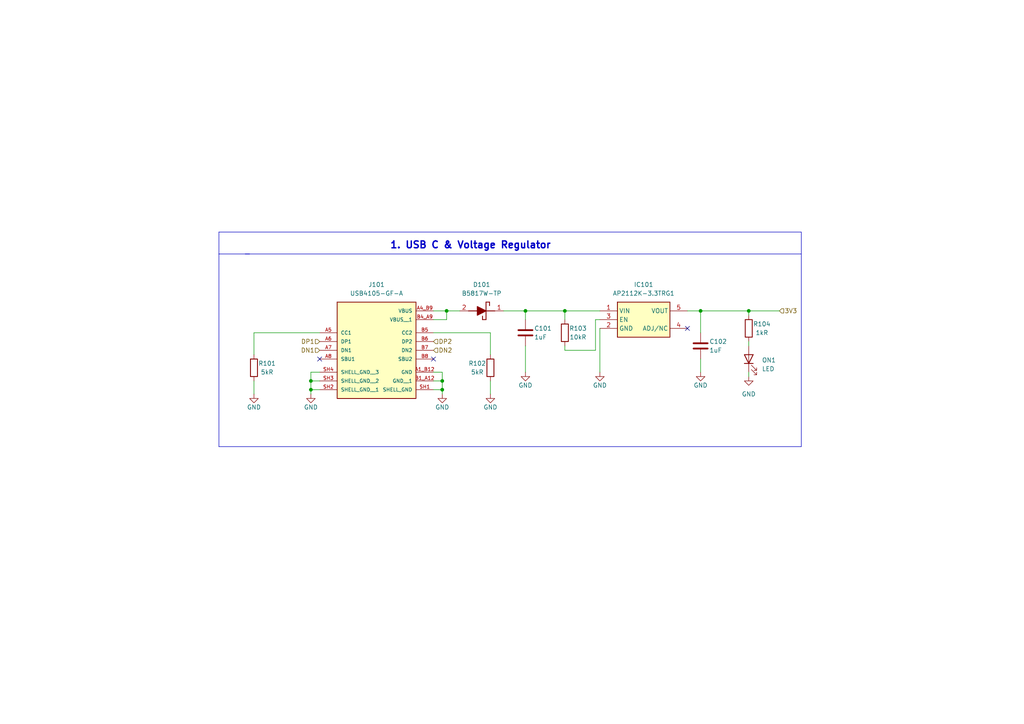
<source format=kicad_sch>
(kicad_sch (version 20230121) (generator eeschema)

  (uuid 8e8d7bb3-6808-4f31-899e-b55e13fa6500)

  (paper "A4")

  (title_block
    (title "Solar Curve Tracer")
    (rev "v1.1")
    (company "Thesis")
    (comment 1 "Author: Jason F J")
    (comment 2 "Matrk No: 3100513")
  )

  (lib_symbols
    (symbol "AP2112K-3_3TRG1:AP2112K-3.3TRG1" (in_bom yes) (on_board yes)
      (property "Reference" "IC2" (at 12.7 6.35 0)
        (effects (font (size 1.27 1.27)))
      )
      (property "Value" "AP2112K-3.3TRG1" (at 12.7 3.81 0)
        (effects (font (size 1.27 1.27)))
      )
      (property "Footprint" "AP2112K-3.3TRG1:SOT95P282X130-5N" (at 26.67 -94.92 0)
        (effects (font (size 1.27 1.27)) (justify left top) hide)
      )
      (property "Datasheet" "" (at 26.67 -194.92 0)
        (effects (font (size 1.27 1.27)) (justify left top) hide)
      )
      (property "Height" "1.3" (at 26.67 -394.92 0)
        (effects (font (size 1.27 1.27)) (justify left top) hide)
      )
      (property "Mouser Part Number" "621-AP2112K-3.3TRG1" (at 26.67 -494.92 0)
        (effects (font (size 1.27 1.27)) (justify left top) hide)
      )
      (property "Mouser Price/Stock" "https://www.mouser.co.uk/ProductDetail/Diodes-Incorporated/AP2112K-3.3TRG1?qs=x6A8l6qLYDDPYHosCdzh%2FA%3D%3D" (at 26.67 -594.92 0)
        (effects (font (size 1.27 1.27)) (justify left top) hide)
      )
      (property "Manufacturer_Name" "Diodes Incorporated" (at 26.67 -694.92 0)
        (effects (font (size 1.27 1.27)) (justify left top) hide)
      )
      (property "Manufacturer_Part_Number" "AP2112K-3.3TRG1" (at 26.67 -794.92 0)
        (effects (font (size 1.27 1.27)) (justify left top) hide)
      )
      (property "ki_description" "600mA 3.3V LDO Regulator Enable SOT23-5 DiodesZetex AP2112K-3.3TRG1, LDO Voltage Regulator, 3.3 V +/-1.5%, 2.5  6 Vin, 5-Pin SOT-23" (at 0 0 0)
        (effects (font (size 1.27 1.27)) hide)
      )
      (symbol "AP2112K-3.3TRG1_1_1"
        (rectangle (start 5.08 2.54) (end 20.32 -7.62)
          (stroke (width 0.254) (type default))
          (fill (type background))
        )
        (pin passive line (at 0 0 0) (length 5.08)
          (name "VIN" (effects (font (size 1.27 1.27))))
          (number "1" (effects (font (size 1.27 1.27))))
        )
        (pin passive line (at 0 -5.08 0) (length 5.08)
          (name "GND" (effects (font (size 1.27 1.27))))
          (number "2" (effects (font (size 1.27 1.27))))
        )
        (pin passive line (at 0 -2.54 0) (length 5.08)
          (name "EN" (effects (font (size 1.27 1.27))))
          (number "3" (effects (font (size 1.27 1.27))))
        )
        (pin passive line (at 25.4 -5.08 180) (length 5.08)
          (name "ADJ/NC" (effects (font (size 1.27 1.27))))
          (number "4" (effects (font (size 1.27 1.27))))
        )
        (pin passive line (at 25.4 0 180) (length 5.08)
          (name "VOUT" (effects (font (size 1.27 1.27))))
          (number "5" (effects (font (size 1.27 1.27))))
        )
      )
    )
    (symbol "B5817W-TP:B5817W-TP" (pin_names hide) (in_bom yes) (on_board yes)
      (property "Reference" "D1" (at 8.89 6.35 0)
        (effects (font (size 1.27 1.27)))
      )
      (property "Value" "B5817W-TP" (at 8.89 3.81 0)
        (effects (font (size 1.27 1.27)))
      )
      (property "Footprint" "SOD3716X135N" (at 12.7 -93.65 0)
        (effects (font (size 1.27 1.27)) (justify left top) hide)
      )
      (property "Datasheet" "https://www.mccsemi.com/pdf/Products/B5817W-B5819W(SOD-123).pdf" (at 12.7 -193.65 0)
        (effects (font (size 1.27 1.27)) (justify left top) hide)
      )
      (property "Height" "1.35" (at 12.7 -393.65 0)
        (effects (font (size 1.27 1.27)) (justify left top) hide)
      )
      (property "Mouser Part Number" "833-B5817W-TP" (at 12.7 -493.65 0)
        (effects (font (size 1.27 1.27)) (justify left top) hide)
      )
      (property "Mouser Price/Stock" "https://www.mouser.co.uk/ProductDetail/Micro-Commercial-Components-MCC/B5817W-TP?qs=6viq6gG%252BWEv8BqnTXWtCWg%3D%3D" (at 12.7 -593.65 0)
        (effects (font (size 1.27 1.27)) (justify left top) hide)
      )
      (property "Manufacturer_Name" "MCC" (at 12.7 -693.65 0)
        (effects (font (size 1.27 1.27)) (justify left top) hide)
      )
      (property "Manufacturer_Part_Number" "B5817W-TP" (at 12.7 -793.65 0)
        (effects (font (size 1.27 1.27)) (justify left top) hide)
      )
      (property "ki_description" "Diode 20 V 1A Surface Mount SOD-123" (at 0 0 0)
        (effects (font (size 1.27 1.27)) hide)
      )
      (symbol "B5817W-TP_1_1"
        (polyline
          (pts
            (xy 5.08 0)
            (xy 7.62 0)
          )
          (stroke (width 0.254) (type default))
          (fill (type none))
        )
        (polyline
          (pts
            (xy 6.604 -1.524)
            (xy 6.604 -2.54)
          )
          (stroke (width 0.254) (type default))
          (fill (type none))
        )
        (polyline
          (pts
            (xy 7.62 -2.54)
            (xy 6.604 -2.54)
          )
          (stroke (width 0.254) (type default))
          (fill (type none))
        )
        (polyline
          (pts
            (xy 7.62 2.54)
            (xy 7.62 -2.54)
          )
          (stroke (width 0.254) (type default))
          (fill (type none))
        )
        (polyline
          (pts
            (xy 7.62 2.54)
            (xy 8.636 2.54)
          )
          (stroke (width 0.254) (type default))
          (fill (type none))
        )
        (polyline
          (pts
            (xy 8.636 1.524)
            (xy 8.636 2.54)
          )
          (stroke (width 0.254) (type default))
          (fill (type none))
        )
        (polyline
          (pts
            (xy 10.16 0)
            (xy 12.7 0)
          )
          (stroke (width 0.254) (type default))
          (fill (type none))
        )
        (polyline
          (pts
            (xy 7.62 0)
            (xy 10.16 1.27)
            (xy 10.16 -1.27)
            (xy 7.62 0)
          )
          (stroke (width 0.254) (type default))
          (fill (type outline))
        )
        (pin passive line (at 2.54 0 0) (length 2.54)
          (name "K" (effects (font (size 1.27 1.27))))
          (number "1" (effects (font (size 1.27 1.27))))
        )
        (pin passive line (at 15.24 0 180) (length 2.54)
          (name "A" (effects (font (size 1.27 1.27))))
          (number "2" (effects (font (size 1.27 1.27))))
        )
      )
    )
    (symbol "Device:C" (pin_numbers hide) (pin_names (offset 0.254)) (in_bom yes) (on_board yes)
      (property "Reference" "C" (at 0.635 2.54 0)
        (effects (font (size 1.27 1.27)) (justify left))
      )
      (property "Value" "C" (at 0.635 -2.54 0)
        (effects (font (size 1.27 1.27)) (justify left))
      )
      (property "Footprint" "" (at 0.9652 -3.81 0)
        (effects (font (size 1.27 1.27)) hide)
      )
      (property "Datasheet" "~" (at 0 0 0)
        (effects (font (size 1.27 1.27)) hide)
      )
      (property "ki_keywords" "cap capacitor" (at 0 0 0)
        (effects (font (size 1.27 1.27)) hide)
      )
      (property "ki_description" "Unpolarized capacitor" (at 0 0 0)
        (effects (font (size 1.27 1.27)) hide)
      )
      (property "ki_fp_filters" "C_*" (at 0 0 0)
        (effects (font (size 1.27 1.27)) hide)
      )
      (symbol "C_0_1"
        (polyline
          (pts
            (xy -2.032 -0.762)
            (xy 2.032 -0.762)
          )
          (stroke (width 0.508) (type default))
          (fill (type none))
        )
        (polyline
          (pts
            (xy -2.032 0.762)
            (xy 2.032 0.762)
          )
          (stroke (width 0.508) (type default))
          (fill (type none))
        )
      )
      (symbol "C_1_1"
        (pin passive line (at 0 3.81 270) (length 2.794)
          (name "~" (effects (font (size 1.27 1.27))))
          (number "1" (effects (font (size 1.27 1.27))))
        )
        (pin passive line (at 0 -3.81 90) (length 2.794)
          (name "~" (effects (font (size 1.27 1.27))))
          (number "2" (effects (font (size 1.27 1.27))))
        )
      )
    )
    (symbol "Device:LED" (pin_numbers hide) (pin_names (offset 1.016) hide) (in_bom yes) (on_board yes)
      (property "Reference" "D" (at 0 2.54 0)
        (effects (font (size 1.27 1.27)))
      )
      (property "Value" "LED" (at 0 -2.54 0)
        (effects (font (size 1.27 1.27)))
      )
      (property "Footprint" "" (at 0 0 0)
        (effects (font (size 1.27 1.27)) hide)
      )
      (property "Datasheet" "~" (at 0 0 0)
        (effects (font (size 1.27 1.27)) hide)
      )
      (property "ki_keywords" "LED diode" (at 0 0 0)
        (effects (font (size 1.27 1.27)) hide)
      )
      (property "ki_description" "Light emitting diode" (at 0 0 0)
        (effects (font (size 1.27 1.27)) hide)
      )
      (property "ki_fp_filters" "LED* LED_SMD:* LED_THT:*" (at 0 0 0)
        (effects (font (size 1.27 1.27)) hide)
      )
      (symbol "LED_0_1"
        (polyline
          (pts
            (xy -1.27 -1.27)
            (xy -1.27 1.27)
          )
          (stroke (width 0.254) (type default))
          (fill (type none))
        )
        (polyline
          (pts
            (xy -1.27 0)
            (xy 1.27 0)
          )
          (stroke (width 0) (type default))
          (fill (type none))
        )
        (polyline
          (pts
            (xy 1.27 -1.27)
            (xy 1.27 1.27)
            (xy -1.27 0)
            (xy 1.27 -1.27)
          )
          (stroke (width 0.254) (type default))
          (fill (type none))
        )
        (polyline
          (pts
            (xy -3.048 -0.762)
            (xy -4.572 -2.286)
            (xy -3.81 -2.286)
            (xy -4.572 -2.286)
            (xy -4.572 -1.524)
          )
          (stroke (width 0) (type default))
          (fill (type none))
        )
        (polyline
          (pts
            (xy -1.778 -0.762)
            (xy -3.302 -2.286)
            (xy -2.54 -2.286)
            (xy -3.302 -2.286)
            (xy -3.302 -1.524)
          )
          (stroke (width 0) (type default))
          (fill (type none))
        )
      )
      (symbol "LED_1_1"
        (pin passive line (at -3.81 0 0) (length 2.54)
          (name "K" (effects (font (size 1.27 1.27))))
          (number "1" (effects (font (size 1.27 1.27))))
        )
        (pin passive line (at 3.81 0 180) (length 2.54)
          (name "A" (effects (font (size 1.27 1.27))))
          (number "2" (effects (font (size 1.27 1.27))))
        )
      )
    )
    (symbol "Device:R" (pin_numbers hide) (pin_names (offset 0)) (in_bom yes) (on_board yes)
      (property "Reference" "R" (at 2.032 0 90)
        (effects (font (size 1.27 1.27)))
      )
      (property "Value" "R" (at 0 0 90)
        (effects (font (size 1.27 1.27)))
      )
      (property "Footprint" "" (at -1.778 0 90)
        (effects (font (size 1.27 1.27)) hide)
      )
      (property "Datasheet" "~" (at 0 0 0)
        (effects (font (size 1.27 1.27)) hide)
      )
      (property "ki_keywords" "R res resistor" (at 0 0 0)
        (effects (font (size 1.27 1.27)) hide)
      )
      (property "ki_description" "Resistor" (at 0 0 0)
        (effects (font (size 1.27 1.27)) hide)
      )
      (property "ki_fp_filters" "R_*" (at 0 0 0)
        (effects (font (size 1.27 1.27)) hide)
      )
      (symbol "R_0_1"
        (rectangle (start -1.016 -2.54) (end 1.016 2.54)
          (stroke (width 0.254) (type default))
          (fill (type none))
        )
      )
      (symbol "R_1_1"
        (pin passive line (at 0 3.81 270) (length 1.27)
          (name "~" (effects (font (size 1.27 1.27))))
          (number "1" (effects (font (size 1.27 1.27))))
        )
        (pin passive line (at 0 -3.81 90) (length 1.27)
          (name "~" (effects (font (size 1.27 1.27))))
          (number "2" (effects (font (size 1.27 1.27))))
        )
      )
    )
    (symbol "USB4105-GF-A:USB4105-GF-A" (pin_names (offset 1.016)) (in_bom yes) (on_board yes)
      (property "Reference" "J2" (at 0 17.78 0)
        (effects (font (size 1.27 1.27)))
      )
      (property "Value" "USB4105-GF-A" (at 0 15.24 0)
        (effects (font (size 1.27 1.27)))
      )
      (property "Footprint" "USB4105_GF_A:GCT_USB4105-GF-A" (at 0 0 0)
        (effects (font (size 1.27 1.27)) (justify bottom) hide)
      )
      (property "Datasheet" "" (at 0 0 0)
        (effects (font (size 1.27 1.27)) hide)
      )
      (property "PARTREV" "B3" (at 0 0 0)
        (effects (font (size 1.27 1.27)) (justify bottom) hide)
      )
      (property "MANUFACTURER" "Global Connector Technology" (at 0 0 0)
        (effects (font (size 1.27 1.27)) (justify bottom) hide)
      )
      (property "MAXIMUM_PACKAGE_HEIGHT" "3.31mm" (at 0 0 0)
        (effects (font (size 1.27 1.27)) (justify bottom) hide)
      )
      (property "STANDARD" "Manufacturer Recommendations" (at 0 0 0)
        (effects (font (size 1.27 1.27)) (justify bottom) hide)
      )
      (symbol "USB4105-GF-A_0_0"
        (rectangle (start -7.62 12.7) (end 15.24 -15.24)
          (stroke (width 0.254) (type default))
          (fill (type background))
        )
        (pin power_in line (at 20.32 -7.62 180) (length 5.08)
          (name "GND" (effects (font (size 1.016 1.016))))
          (number "A1_B12" (effects (font (size 1.016 1.016))))
        )
        (pin power_in line (at 20.32 10.16 180) (length 5.08)
          (name "VBUS" (effects (font (size 1.016 1.016))))
          (number "A4_B9" (effects (font (size 1.016 1.016))))
        )
        (pin bidirectional line (at -12.7 3.81 0) (length 5.08)
          (name "CC1" (effects (font (size 1.016 1.016))))
          (number "A5" (effects (font (size 1.016 1.016))))
        )
        (pin bidirectional line (at -12.7 1.27 0) (length 5.08)
          (name "DP1" (effects (font (size 1.016 1.016))))
          (number "A6" (effects (font (size 1.016 1.016))))
        )
        (pin bidirectional line (at -12.7 -1.27 0) (length 5.08)
          (name "DN1" (effects (font (size 1.016 1.016))))
          (number "A7" (effects (font (size 1.016 1.016))))
        )
        (pin bidirectional line (at -12.7 -3.81 0) (length 5.08)
          (name "SBU1" (effects (font (size 1.016 1.016))))
          (number "A8" (effects (font (size 1.016 1.016))))
        )
        (pin power_in line (at 20.32 -10.16 180) (length 5.08)
          (name "GND__1" (effects (font (size 1.016 1.016))))
          (number "B1_A12" (effects (font (size 1.016 1.016))))
        )
        (pin power_in line (at 20.32 7.62 180) (length 5.08)
          (name "VBUS__1" (effects (font (size 1.016 1.016))))
          (number "B4_A9" (effects (font (size 1.016 1.016))))
        )
        (pin bidirectional line (at 20.32 3.81 180) (length 5.08)
          (name "CC2" (effects (font (size 1.016 1.016))))
          (number "B5" (effects (font (size 1.016 1.016))))
        )
        (pin bidirectional line (at 20.32 1.27 180) (length 5.08)
          (name "DP2" (effects (font (size 1.016 1.016))))
          (number "B6" (effects (font (size 1.016 1.016))))
        )
        (pin bidirectional line (at 20.32 -1.27 180) (length 5.08)
          (name "DN2" (effects (font (size 1.016 1.016))))
          (number "B7" (effects (font (size 1.016 1.016))))
        )
        (pin bidirectional line (at 20.32 -3.81 180) (length 5.08)
          (name "SBU2" (effects (font (size 1.016 1.016))))
          (number "B8" (effects (font (size 1.016 1.016))))
        )
        (pin power_in line (at 20.32 -12.7 180) (length 5.08)
          (name "SHELL_GND" (effects (font (size 1.016 1.016))))
          (number "SH1" (effects (font (size 1.016 1.016))))
        )
        (pin power_in line (at -12.7 -12.7 0) (length 5.08)
          (name "SHELL_GND__1" (effects (font (size 1.016 1.016))))
          (number "SH2" (effects (font (size 1.016 1.016))))
        )
        (pin power_in line (at -12.7 -10.16 0) (length 5.08)
          (name "SHELL_GND__2" (effects (font (size 1.016 1.016))))
          (number "SH3" (effects (font (size 1.016 1.016))))
        )
        (pin power_in line (at -12.7 -7.62 0) (length 5.08)
          (name "SHELL_GND__3" (effects (font (size 1.016 1.016))))
          (number "SH4" (effects (font (size 1.016 1.016))))
        )
      )
    )
    (symbol "power:GND" (power) (pin_names (offset 0)) (in_bom yes) (on_board yes)
      (property "Reference" "#PWR" (at 0 -6.35 0)
        (effects (font (size 1.27 1.27)) hide)
      )
      (property "Value" "GND" (at 0 -3.81 0)
        (effects (font (size 1.27 1.27)))
      )
      (property "Footprint" "" (at 0 0 0)
        (effects (font (size 1.27 1.27)) hide)
      )
      (property "Datasheet" "" (at 0 0 0)
        (effects (font (size 1.27 1.27)) hide)
      )
      (property "ki_keywords" "global power" (at 0 0 0)
        (effects (font (size 1.27 1.27)) hide)
      )
      (property "ki_description" "Power symbol creates a global label with name \"GND\" , ground" (at 0 0 0)
        (effects (font (size 1.27 1.27)) hide)
      )
      (symbol "GND_0_1"
        (polyline
          (pts
            (xy 0 0)
            (xy 0 -1.27)
            (xy 1.27 -1.27)
            (xy 0 -2.54)
            (xy -1.27 -1.27)
            (xy 0 -1.27)
          )
          (stroke (width 0) (type default))
          (fill (type none))
        )
      )
      (symbol "GND_1_1"
        (pin power_in line (at 0 0 270) (length 0) hide
          (name "GND" (effects (font (size 1.27 1.27))))
          (number "1" (effects (font (size 1.27 1.27))))
        )
      )
    )
  )

  (junction (at 129.54 90.17) (diameter 0) (color 0 0 0 0)
    (uuid 0cf39863-e524-441d-83ee-01ba431ba801)
  )
  (junction (at 128.27 110.49) (diameter 0) (color 0 0 0 0)
    (uuid 0dcab67d-2db9-4c77-b1d1-52ad1006d56e)
  )
  (junction (at 217.17 90.17) (diameter 0) (color 0 0 0 0)
    (uuid 1f3aa154-e8a6-411a-aec0-77c1d26f030c)
  )
  (junction (at 163.83 90.17) (diameter 0) (color 0 0 0 0)
    (uuid 80e9bf87-418d-481a-a02f-393c1054e42c)
  )
  (junction (at 128.27 113.03) (diameter 0) (color 0 0 0 0)
    (uuid 94e2609d-ad34-406a-8005-add7d42eca9c)
  )
  (junction (at 90.17 113.03) (diameter 0) (color 0 0 0 0)
    (uuid 9ac90f3d-fd21-4dd1-838a-7d2768ffa136)
  )
  (junction (at 203.2 90.17) (diameter 0) (color 0 0 0 0)
    (uuid cb9aa0b2-ce4d-4dbc-86d6-272ed851fa59)
  )
  (junction (at 152.4 90.17) (diameter 0) (color 0 0 0 0)
    (uuid ed6d1d00-e0ec-4465-9182-352f8aeabca3)
  )
  (junction (at 90.17 110.49) (diameter 0) (color 0 0 0 0)
    (uuid ff4df424-8b0a-4588-ab8c-d15862d75bf6)
  )

  (no_connect (at 199.39 95.25) (uuid 60500c9d-7b3a-44e8-8bf5-c3eb6c23e396))
  (no_connect (at 125.73 104.14) (uuid bb6c9bae-d2c4-4123-b56e-88a2fca6f527))
  (no_connect (at 92.71 104.14) (uuid e771fdbd-00a1-412c-ba03-cdcfdac74276))

  (wire (pts (xy 152.4 90.17) (xy 163.83 90.17))
    (stroke (width 0) (type default))
    (uuid 03908037-c5dc-4773-aa9e-1f3fb91c4562)
  )
  (polyline (pts (xy 63.5 73.66) (xy 63.5 129.54))
    (stroke (width 0) (type default))
    (uuid 04aabd5c-90d9-4138-ade2-150a5721bc8f)
  )
  (polyline (pts (xy 63.5 73.66) (xy 72.39 73.66))
    (stroke (width 0) (type default))
    (uuid 0600201a-ae5a-486d-88de-52d125197ac7)
  )

  (wire (pts (xy 163.83 100.33) (xy 163.83 101.6))
    (stroke (width 0) (type default))
    (uuid 11bddcf7-7a78-4d36-8267-32eaa0cdcdf9)
  )
  (wire (pts (xy 203.2 90.17) (xy 203.2 96.52))
    (stroke (width 0) (type default))
    (uuid 14519ce7-6851-4414-90a1-72064a808ea5)
  )
  (wire (pts (xy 172.72 101.6) (xy 163.83 101.6))
    (stroke (width 0) (type default))
    (uuid 1806bce4-6bd6-45d3-b0e8-a6a86711f2d7)
  )
  (wire (pts (xy 217.17 91.44) (xy 217.17 90.17))
    (stroke (width 0) (type default))
    (uuid 19137141-584c-4720-912b-2cc44136d4bd)
  )
  (wire (pts (xy 203.2 90.17) (xy 217.17 90.17))
    (stroke (width 0) (type default))
    (uuid 1956c20c-7cf8-4f2d-9574-e6a09271de2f)
  )
  (wire (pts (xy 163.83 92.71) (xy 163.83 90.17))
    (stroke (width 0) (type default))
    (uuid 2164cdd8-841d-48bf-baf0-6bd2d28d1daa)
  )
  (wire (pts (xy 128.27 113.03) (xy 128.27 114.3))
    (stroke (width 0) (type default))
    (uuid 2819ef0c-bc96-4397-9489-254abcb188c0)
  )
  (wire (pts (xy 129.54 92.71) (xy 129.54 90.17))
    (stroke (width 0) (type default))
    (uuid 2eb96f24-7c60-4ff2-b0e7-5ad0484ba3d7)
  )
  (wire (pts (xy 217.17 90.17) (xy 226.06 90.17))
    (stroke (width 0) (type default))
    (uuid 32bc37ad-e6fb-437d-a1df-a85b72ed9d84)
  )
  (wire (pts (xy 125.73 107.95) (xy 128.27 107.95))
    (stroke (width 0) (type default))
    (uuid 38e94fee-d56a-4394-a62b-4de8368566cc)
  )
  (wire (pts (xy 172.72 92.71) (xy 172.72 101.6))
    (stroke (width 0) (type default))
    (uuid 3da51d3d-a691-4bfd-a613-598b240b7645)
  )
  (wire (pts (xy 128.27 110.49) (xy 128.27 113.03))
    (stroke (width 0) (type default))
    (uuid 43730bb0-3649-4e17-b056-131d8dba0142)
  )
  (wire (pts (xy 173.99 92.71) (xy 172.72 92.71))
    (stroke (width 0) (type default))
    (uuid 4f7fbf4f-854f-4832-923d-fb67fc383b2a)
  )
  (polyline (pts (xy 63.5 129.54) (xy 232.41 129.54))
    (stroke (width 0) (type default))
    (uuid 5cc862e2-d8bc-4d1e-bfee-6595f238e740)
  )

  (wire (pts (xy 125.73 113.03) (xy 128.27 113.03))
    (stroke (width 0) (type default))
    (uuid 604ab549-bdb2-469e-aeac-e5f744255cb9)
  )
  (wire (pts (xy 203.2 104.14) (xy 203.2 107.95))
    (stroke (width 0) (type default))
    (uuid 721bcc03-0397-43a8-a9ae-f412dc256f28)
  )
  (wire (pts (xy 128.27 107.95) (xy 128.27 110.49))
    (stroke (width 0) (type default))
    (uuid 78b99c81-2cf0-4a1b-8d5a-44044f86dbdd)
  )
  (wire (pts (xy 173.99 95.25) (xy 173.99 107.95))
    (stroke (width 0) (type default))
    (uuid 7954d897-349b-4b13-b245-7b65bb2c35b9)
  )
  (wire (pts (xy 73.66 96.52) (xy 73.66 102.87))
    (stroke (width 0) (type default))
    (uuid 7b3864b4-fff9-4eeb-8866-d0fe21be34f6)
  )
  (wire (pts (xy 125.73 110.49) (xy 128.27 110.49))
    (stroke (width 0) (type default))
    (uuid 7d55b8a6-9781-4083-8749-18274b176745)
  )
  (wire (pts (xy 146.05 90.17) (xy 152.4 90.17))
    (stroke (width 0) (type default))
    (uuid 7deb2d88-9f90-4c79-b398-718661c78479)
  )
  (wire (pts (xy 217.17 99.06) (xy 217.17 100.33))
    (stroke (width 0) (type default))
    (uuid 7ec26a81-a9ae-475a-b87a-660b7e3a8083)
  )
  (wire (pts (xy 73.66 110.49) (xy 73.66 114.3))
    (stroke (width 0) (type default))
    (uuid 80167a53-ad9f-4786-9e49-bffc721da8ba)
  )
  (wire (pts (xy 142.24 96.52) (xy 142.24 102.87))
    (stroke (width 0) (type default))
    (uuid 86db8d68-09b5-4db2-a61c-27618166f45b)
  )
  (wire (pts (xy 90.17 113.03) (xy 92.71 113.03))
    (stroke (width 0) (type default))
    (uuid 8a65dc20-9519-4e37-8aa8-4285984c3aca)
  )
  (polyline (pts (xy 71.12 73.66) (xy 232.41 73.66))
    (stroke (width 0) (type default))
    (uuid 8d135b9f-c270-42af-bf56-d973866c8712)
  )
  (polyline (pts (xy 232.41 73.66) (xy 232.41 67.31))
    (stroke (width 0) (type default))
    (uuid 918c875e-f5bc-440e-9490-a90c2f04f12e)
  )

  (wire (pts (xy 90.17 107.95) (xy 90.17 110.49))
    (stroke (width 0) (type default))
    (uuid 930c9c3b-b7da-488a-b2b7-ae4ea496066e)
  )
  (wire (pts (xy 73.66 96.52) (xy 92.71 96.52))
    (stroke (width 0) (type default))
    (uuid 9ef7f9d8-9b9b-4412-b4b2-edd9c059a19c)
  )
  (wire (pts (xy 90.17 107.95) (xy 92.71 107.95))
    (stroke (width 0) (type default))
    (uuid ac4626e5-8862-47e7-b9a7-e76578c4939d)
  )
  (wire (pts (xy 217.17 107.95) (xy 217.17 109.22))
    (stroke (width 0) (type default))
    (uuid b55e3bfd-40c2-4d0d-ad97-6d6411772464)
  )
  (polyline (pts (xy 232.41 129.54) (xy 232.41 73.66))
    (stroke (width 0) (type default))
    (uuid bf8fe338-3a08-48d8-8deb-886e9c55e742)
  )

  (wire (pts (xy 125.73 96.52) (xy 142.24 96.52))
    (stroke (width 0) (type default))
    (uuid bfd98d90-8119-4d68-a7bd-c4dc1c9455e2)
  )
  (polyline (pts (xy 63.5 67.31) (xy 63.5 73.66))
    (stroke (width 0) (type default))
    (uuid c2914fe3-4894-44b3-8678-ee7f833c4b83)
  )

  (wire (pts (xy 129.54 90.17) (xy 133.35 90.17))
    (stroke (width 0) (type default))
    (uuid c493d33d-23e9-4a14-b229-24a06aada5b1)
  )
  (wire (pts (xy 90.17 113.03) (xy 90.17 114.3))
    (stroke (width 0) (type default))
    (uuid c86a8e4e-bd9b-4a05-89b1-f1acc54ac5de)
  )
  (wire (pts (xy 152.4 90.17) (xy 152.4 92.71))
    (stroke (width 0) (type default))
    (uuid d0856593-ef59-4b0b-893f-74722700e20f)
  )
  (wire (pts (xy 90.17 110.49) (xy 90.17 113.03))
    (stroke (width 0) (type default))
    (uuid d0c38575-5a6c-4f6a-adb5-004a295fd566)
  )
  (wire (pts (xy 142.24 110.49) (xy 142.24 114.3))
    (stroke (width 0) (type default))
    (uuid d1f3a1c7-951a-4daa-89cf-fd88e0cb4641)
  )
  (polyline (pts (xy 232.41 67.31) (xy 63.5 67.31))
    (stroke (width 0) (type default))
    (uuid d7e6e3a4-e1d0-4469-99bc-aac4e45df7a4)
  )

  (wire (pts (xy 152.4 100.33) (xy 152.4 107.95))
    (stroke (width 0) (type default))
    (uuid d8783bc7-c981-42bc-acd6-abdbf9e40ea7)
  )
  (wire (pts (xy 199.39 90.17) (xy 203.2 90.17))
    (stroke (width 0) (type default))
    (uuid e11e6bf0-40bd-4307-b526-c2d56a45c858)
  )
  (wire (pts (xy 163.83 90.17) (xy 173.99 90.17))
    (stroke (width 0) (type default))
    (uuid e33ba7ac-c7f8-4375-b901-04818963c188)
  )
  (wire (pts (xy 90.17 110.49) (xy 92.71 110.49))
    (stroke (width 0) (type default))
    (uuid f3fffc99-2d48-4a76-b313-36b12c7a611b)
  )
  (wire (pts (xy 125.73 92.71) (xy 129.54 92.71))
    (stroke (width 0) (type default))
    (uuid fa8e2847-3c8b-4913-b565-77869be66ecf)
  )
  (wire (pts (xy 125.73 90.17) (xy 129.54 90.17))
    (stroke (width 0) (type default))
    (uuid fd230ec2-f803-4c4d-942c-74b986d3a031)
  )

  (text "1. USB C & Voltage Regulator" (at 113.03 72.39 0)
    (effects (font (size 2 2) (thickness 0.4) bold) (justify left bottom))
    (uuid a7fd07d6-1d89-44ca-981a-6635438f4c34)
  )

  (hierarchical_label "DN2" (shape input) (at 125.73 101.6 0) (fields_autoplaced)
    (effects (font (size 1.27 1.27)) (justify left))
    (uuid 3437d9cf-68e9-480e-9f98-d34c03920a1f)
  )
  (hierarchical_label "DP1" (shape input) (at 92.71 99.06 180) (fields_autoplaced)
    (effects (font (size 1.27 1.27)) (justify right))
    (uuid 5f993dcc-1347-439a-85b7-dd6d0b441a90)
  )
  (hierarchical_label "DP2" (shape input) (at 125.73 99.06 0) (fields_autoplaced)
    (effects (font (size 1.27 1.27)) (justify left))
    (uuid b8d587d1-dc19-4b67-acec-3a9a48621dea)
  )
  (hierarchical_label "3V3" (shape input) (at 226.06 90.17 0) (fields_autoplaced)
    (effects (font (size 1.27 1.27)) (justify left))
    (uuid d2f8b4bc-7538-4cb4-b1bc-eeefaaf98d5a)
  )
  (hierarchical_label "DN1" (shape input) (at 92.71 101.6 180) (fields_autoplaced)
    (effects (font (size 1.27 1.27)) (justify right))
    (uuid e7874424-4c2e-4bf2-a5a7-742161680582)
  )

  (symbol (lib_id "power:GND") (at 152.4 107.95 0) (unit 1)
    (in_bom yes) (on_board yes) (dnp no)
    (uuid 08a0d570-50d2-465e-b9a6-ee4af5093c5c)
    (property "Reference" "#PWR011" (at 152.4 114.3 0)
      (effects (font (size 1.27 1.27)) hide)
    )
    (property "Value" "GND" (at 152.4 111.76 0)
      (effects (font (size 1.27 1.27)))
    )
    (property "Footprint" "" (at 152.4 107.95 0)
      (effects (font (size 1.27 1.27)) hide)
    )
    (property "Datasheet" "" (at 152.4 107.95 0)
      (effects (font (size 1.27 1.27)) hide)
    )
    (pin "1" (uuid 689f8551-f3ca-4696-b755-0f47a1003386))
    (instances
      (project "SolarCurveTracer"
        (path "/c56cdd98-1341-4196-bbbf-3a7a327e0d9d/aa7f50ba-7b94-4f0b-af56-433a3f8dfc07"
          (reference "#PWR011") (unit 1)
        )
      )
    )
  )

  (symbol (lib_id "power:GND") (at 203.2 107.95 0) (unit 1)
    (in_bom yes) (on_board yes) (dnp no)
    (uuid 0970766e-304a-475a-a91d-c70402490c5c)
    (property "Reference" "#PWR024" (at 203.2 114.3 0)
      (effects (font (size 1.27 1.27)) hide)
    )
    (property "Value" "GND" (at 203.2 111.76 0)
      (effects (font (size 1.27 1.27)))
    )
    (property "Footprint" "" (at 203.2 107.95 0)
      (effects (font (size 1.27 1.27)) hide)
    )
    (property "Datasheet" "" (at 203.2 107.95 0)
      (effects (font (size 1.27 1.27)) hide)
    )
    (pin "1" (uuid 70690070-ed74-4c9f-be24-9cd3e23d4b02))
    (instances
      (project "SolarCurveTracer"
        (path "/c56cdd98-1341-4196-bbbf-3a7a327e0d9d/aa7f50ba-7b94-4f0b-af56-433a3f8dfc07"
          (reference "#PWR024") (unit 1)
        )
      )
    )
  )

  (symbol (lib_id "B5817W-TP:B5817W-TP") (at 148.59 90.17 180) (unit 1)
    (in_bom yes) (on_board yes) (dnp no) (fields_autoplaced)
    (uuid 0df10a01-b64d-4570-b2dc-d15daf34f19c)
    (property "Reference" "D101" (at 139.7 82.55 0)
      (effects (font (size 1.27 1.27)))
    )
    (property "Value" "B5817W-TP" (at 139.7 85.09 0)
      (effects (font (size 1.27 1.27)))
    )
    (property "Footprint" "B5817W-TP:SOD3716X135N" (at 135.89 -3.48 0)
      (effects (font (size 1.27 1.27)) (justify left top) hide)
    )
    (property "Datasheet" "https://www.mccsemi.com/pdf/Products/B5817W-B5819W(SOD-123).pdf" (at 135.89 -103.48 0)
      (effects (font (size 1.27 1.27)) (justify left top) hide)
    )
    (property "Height" "1.35" (at 135.89 -303.48 0)
      (effects (font (size 1.27 1.27)) (justify left top) hide)
    )
    (property "Mouser Part Number" "833-B5817W-TP" (at 135.89 -403.48 0)
      (effects (font (size 1.27 1.27)) (justify left top) hide)
    )
    (property "Mouser Price/Stock" "https://www.mouser.co.uk/ProductDetail/Micro-Commercial-Components-MCC/B5817W-TP?qs=6viq6gG%252BWEv8BqnTXWtCWg%3D%3D" (at 135.89 -503.48 0)
      (effects (font (size 1.27 1.27)) (justify left top) hide)
    )
    (property "Manufacturer_Name" "MCC" (at 135.89 -603.48 0)
      (effects (font (size 1.27 1.27)) (justify left top) hide)
    )
    (property "Manufacturer_Part_Number" "B5817W-TP" (at 135.89 -703.48 0)
      (effects (font (size 1.27 1.27)) (justify left top) hide)
    )
    (pin "2" (uuid 9295d1a7-685f-4367-bdc3-c64be9672a4f))
    (pin "1" (uuid 772cc2f6-4557-4617-8708-42620380251f))
    (instances
      (project "SolarCurveTracer"
        (path "/c56cdd98-1341-4196-bbbf-3a7a327e0d9d/aa7f50ba-7b94-4f0b-af56-433a3f8dfc07"
          (reference "D101") (unit 1)
        )
      )
    )
  )

  (symbol (lib_id "power:GND") (at 90.17 114.3 0) (unit 1)
    (in_bom yes) (on_board yes) (dnp no)
    (uuid 1832be70-50ad-4428-9b1c-69fa3082d609)
    (property "Reference" "#PWR019" (at 90.17 120.65 0)
      (effects (font (size 1.27 1.27)) hide)
    )
    (property "Value" "GND" (at 90.17 118.11 0)
      (effects (font (size 1.27 1.27)))
    )
    (property "Footprint" "" (at 90.17 114.3 0)
      (effects (font (size 1.27 1.27)) hide)
    )
    (property "Datasheet" "" (at 90.17 114.3 0)
      (effects (font (size 1.27 1.27)) hide)
    )
    (pin "1" (uuid bdf89869-85c3-4843-a6fc-ea7b0cbfff8b))
    (instances
      (project "SolarCurveTracer"
        (path "/c56cdd98-1341-4196-bbbf-3a7a327e0d9d/aa7f50ba-7b94-4f0b-af56-433a3f8dfc07"
          (reference "#PWR019") (unit 1)
        )
      )
    )
  )

  (symbol (lib_id "power:GND") (at 217.17 109.22 0) (unit 1)
    (in_bom yes) (on_board yes) (dnp no) (fields_autoplaced)
    (uuid 2ef7400f-6ee9-4719-9b21-b85c3270c176)
    (property "Reference" "#PWR082" (at 217.17 115.57 0)
      (effects (font (size 1.27 1.27)) hide)
    )
    (property "Value" "GND" (at 217.17 114.3 0)
      (effects (font (size 1.27 1.27)))
    )
    (property "Footprint" "" (at 217.17 109.22 0)
      (effects (font (size 1.27 1.27)) hide)
    )
    (property "Datasheet" "" (at 217.17 109.22 0)
      (effects (font (size 1.27 1.27)) hide)
    )
    (pin "1" (uuid 8c6aa253-0f22-4422-af61-ce8cad0bfec5))
    (instances
      (project "SolarCurveTracer"
        (path "/c56cdd98-1341-4196-bbbf-3a7a327e0d9d/aa7f50ba-7b94-4f0b-af56-433a3f8dfc07"
          (reference "#PWR082") (unit 1)
        )
      )
    )
  )

  (symbol (lib_id "Device:R") (at 142.24 106.68 180) (unit 1)
    (in_bom yes) (on_board yes) (dnp no)
    (uuid 5e67dde1-8b67-47b6-ad9e-5399c3381de3)
    (property "Reference" "R102" (at 138.43 105.41 0)
      (effects (font (size 1.27 1.27)))
    )
    (property "Value" "5kR" (at 138.43 107.95 0)
      (effects (font (size 1.27 1.27)))
    )
    (property "Footprint" "Resistor_SMD:R_0603_1608Metric" (at 144.018 106.68 90)
      (effects (font (size 1.27 1.27)) hide)
    )
    (property "Datasheet" "~" (at 142.24 106.68 0)
      (effects (font (size 1.27 1.27)) hide)
    )
    (pin "2" (uuid 7193c7c6-4a33-4ea0-a520-bede4a99fa19))
    (pin "1" (uuid e03dcffd-2122-4dde-8ea0-20315265f218))
    (instances
      (project "SolarCurveTracer"
        (path "/c56cdd98-1341-4196-bbbf-3a7a327e0d9d/aa7f50ba-7b94-4f0b-af56-433a3f8dfc07"
          (reference "R102") (unit 1)
        )
      )
    )
  )

  (symbol (lib_id "Device:R") (at 217.17 95.25 180) (unit 1)
    (in_bom yes) (on_board yes) (dnp no)
    (uuid 5f27c2bb-0c83-4b79-ac84-d933d1479966)
    (property "Reference" "R104" (at 220.98 93.98 0)
      (effects (font (size 1.27 1.27)))
    )
    (property "Value" "1kR" (at 220.98 96.52 0)
      (effects (font (size 1.27 1.27)))
    )
    (property "Footprint" "Resistor_SMD:R_0603_1608Metric" (at 218.948 95.25 90)
      (effects (font (size 1.27 1.27)) hide)
    )
    (property "Datasheet" "~" (at 217.17 95.25 0)
      (effects (font (size 1.27 1.27)) hide)
    )
    (pin "2" (uuid 445f525a-f5ba-4be4-b134-6e3172edf605))
    (pin "1" (uuid 9ff08579-0305-40f6-b5e1-d911ed044b2a))
    (instances
      (project "SolarCurveTracer"
        (path "/c56cdd98-1341-4196-bbbf-3a7a327e0d9d/aa7f50ba-7b94-4f0b-af56-433a3f8dfc07"
          (reference "R104") (unit 1)
        )
      )
    )
  )

  (symbol (lib_id "USB4105-GF-A:USB4105-GF-A") (at 105.41 100.33 0) (unit 1)
    (in_bom yes) (on_board yes) (dnp no)
    (uuid 614a46b6-ac2d-47a0-b997-6e17f8bb27da)
    (property "Reference" "J101" (at 109.22 82.55 0)
      (effects (font (size 1.27 1.27)))
    )
    (property "Value" "USB4105-GF-A" (at 109.22 85.09 0)
      (effects (font (size 1.27 1.27)))
    )
    (property "Footprint" "USB4105_GF_A:GCT_USB4105-GF-A" (at 105.41 100.33 0)
      (effects (font (size 1.27 1.27)) (justify bottom) hide)
    )
    (property "Datasheet" "" (at 105.41 100.33 0)
      (effects (font (size 1.27 1.27)) hide)
    )
    (property "PARTREV" "B3" (at 105.41 100.33 0)
      (effects (font (size 1.27 1.27)) (justify bottom) hide)
    )
    (property "MANUFACTURER" "Global Connector Technology" (at 105.41 100.33 0)
      (effects (font (size 1.27 1.27)) (justify bottom) hide)
    )
    (property "MAXIMUM_PACKAGE_HEIGHT" "3.31mm" (at 105.41 100.33 0)
      (effects (font (size 1.27 1.27)) (justify bottom) hide)
    )
    (property "STANDARD" "Manufacturer Recommendations" (at 105.41 100.33 0)
      (effects (font (size 1.27 1.27)) (justify bottom) hide)
    )
    (pin "A1_B12" (uuid 030751f7-b124-4181-8dcf-0f6be5ddf9af))
    (pin "A4_B9" (uuid d7b807a8-1a85-45c4-b341-de489e2a9286))
    (pin "A6" (uuid eb465d83-6ceb-4c4c-b069-c22b1e9ea3c4))
    (pin "SH3" (uuid aec15bef-f1f3-462f-9d52-14c15c8d36e3))
    (pin "B4_A9" (uuid d3e1e799-fa5f-419e-a0f3-fb483c60e35b))
    (pin "A7" (uuid 35291a36-b1d9-494c-9c4d-b56bcbdf09a8))
    (pin "B8" (uuid 1edc797a-c775-4a0e-8fbd-02979a157be3))
    (pin "SH4" (uuid e73af5cc-3d77-44c6-8e02-383de07463f9))
    (pin "B6" (uuid aee11df0-1cf4-4feb-9a3a-fe18cb34ecb0))
    (pin "SH1" (uuid 5ae62381-3cfb-4c46-95da-4dfa03c2a906))
    (pin "B7" (uuid b102004d-5f03-4b93-9e66-4962739d670e))
    (pin "SH2" (uuid 6599faa1-2e58-461e-93ed-5ef2e965038c))
    (pin "B1_A12" (uuid e4b1fbea-ec68-4786-9101-d7f5f3e6166a))
    (pin "A8" (uuid c65b4ced-65d3-44c0-896d-5afb1ae0f383))
    (pin "A5" (uuid ed2a2256-a9b7-4be6-b300-7e74a4011a89))
    (pin "B5" (uuid a4962bfa-42a6-4775-880a-25888b448136))
    (instances
      (project "SolarCurveTracer"
        (path "/c56cdd98-1341-4196-bbbf-3a7a327e0d9d/aa7f50ba-7b94-4f0b-af56-433a3f8dfc07"
          (reference "J101") (unit 1)
        )
      )
    )
  )

  (symbol (lib_id "power:GND") (at 128.27 114.3 0) (unit 1)
    (in_bom yes) (on_board yes) (dnp no)
    (uuid 62ccddad-c1c7-4377-b87e-d0cba28f66d1)
    (property "Reference" "#PWR021" (at 128.27 120.65 0)
      (effects (font (size 1.27 1.27)) hide)
    )
    (property "Value" "GND" (at 128.27 118.11 0)
      (effects (font (size 1.27 1.27)))
    )
    (property "Footprint" "" (at 128.27 114.3 0)
      (effects (font (size 1.27 1.27)) hide)
    )
    (property "Datasheet" "" (at 128.27 114.3 0)
      (effects (font (size 1.27 1.27)) hide)
    )
    (pin "1" (uuid 76185b77-a744-4246-b094-98fefdbec74c))
    (instances
      (project "SolarCurveTracer"
        (path "/c56cdd98-1341-4196-bbbf-3a7a327e0d9d/aa7f50ba-7b94-4f0b-af56-433a3f8dfc07"
          (reference "#PWR021") (unit 1)
        )
      )
    )
  )

  (symbol (lib_id "Device:R") (at 163.83 96.52 180) (unit 1)
    (in_bom yes) (on_board yes) (dnp no)
    (uuid 6ef2ce9b-c825-4bca-b9dd-786ef5b5e26c)
    (property "Reference" "R103" (at 167.64 95.25 0)
      (effects (font (size 1.27 1.27)))
    )
    (property "Value" "10kR" (at 167.64 97.79 0)
      (effects (font (size 1.27 1.27)))
    )
    (property "Footprint" "Resistor_SMD:R_0603_1608Metric" (at 165.608 96.52 90)
      (effects (font (size 1.27 1.27)) hide)
    )
    (property "Datasheet" "~" (at 163.83 96.52 0)
      (effects (font (size 1.27 1.27)) hide)
    )
    (pin "2" (uuid 9aef6638-3fd0-4b08-bcb5-4314ced64d36))
    (pin "1" (uuid 4ae76135-ba60-4998-bca9-8694e650f7d4))
    (instances
      (project "SolarCurveTracer"
        (path "/c56cdd98-1341-4196-bbbf-3a7a327e0d9d/aa7f50ba-7b94-4f0b-af56-433a3f8dfc07"
          (reference "R103") (unit 1)
        )
      )
    )
  )

  (symbol (lib_id "AP2112K-3_3TRG1:AP2112K-3.3TRG1") (at 173.99 90.17 0) (unit 1)
    (in_bom yes) (on_board yes) (dnp no) (fields_autoplaced)
    (uuid 72270c27-6951-482e-a0e5-5c6e1bd7c81b)
    (property "Reference" "IC101" (at 186.69 82.55 0)
      (effects (font (size 1.27 1.27)))
    )
    (property "Value" "AP2112K-3.3TRG1" (at 186.69 85.09 0)
      (effects (font (size 1.27 1.27)))
    )
    (property "Footprint" "AP2112K-3.3TRG1:SOT95P282X130-5N" (at 200.66 185.09 0)
      (effects (font (size 1.27 1.27)) (justify left top) hide)
    )
    (property "Datasheet" "" (at 200.66 285.09 0)
      (effects (font (size 1.27 1.27)) (justify left top) hide)
    )
    (property "Height" "1.3" (at 200.66 485.09 0)
      (effects (font (size 1.27 1.27)) (justify left top) hide)
    )
    (property "Mouser Part Number" "621-AP2112K-3.3TRG1" (at 200.66 585.09 0)
      (effects (font (size 1.27 1.27)) (justify left top) hide)
    )
    (property "Mouser Price/Stock" "https://www.mouser.co.uk/ProductDetail/Diodes-Incorporated/AP2112K-3.3TRG1?qs=x6A8l6qLYDDPYHosCdzh%2FA%3D%3D" (at 200.66 685.09 0)
      (effects (font (size 1.27 1.27)) (justify left top) hide)
    )
    (property "Manufacturer_Name" "Diodes Incorporated" (at 200.66 785.09 0)
      (effects (font (size 1.27 1.27)) (justify left top) hide)
    )
    (property "Manufacturer_Part_Number" "AP2112K-3.3TRG1" (at 200.66 885.09 0)
      (effects (font (size 1.27 1.27)) (justify left top) hide)
    )
    (pin "1" (uuid 7e20d8a6-46a4-47ce-9eb9-d7da41ae56ae))
    (pin "4" (uuid e91dc9d1-cc1d-4a9a-bbb2-358a27c6e859))
    (pin "5" (uuid 3a927e26-742a-41f5-bfd6-465943199302))
    (pin "3" (uuid 6458ad8f-8c7e-4d9f-a2e5-895b5cd212ab))
    (pin "2" (uuid 67a67199-c933-4c78-aff1-5e17e072d77e))
    (instances
      (project "SolarCurveTracer"
        (path "/c56cdd98-1341-4196-bbbf-3a7a327e0d9d/aa7f50ba-7b94-4f0b-af56-433a3f8dfc07"
          (reference "IC101") (unit 1)
        )
      )
    )
  )

  (symbol (lib_id "Device:C") (at 203.2 100.33 0) (unit 1)
    (in_bom yes) (on_board yes) (dnp no)
    (uuid 7bce97ec-730c-4a60-a025-0afaa98fcd3c)
    (property "Reference" "C102" (at 205.74 99.06 0)
      (effects (font (size 1.27 1.27)) (justify left))
    )
    (property "Value" "1uF" (at 205.74 101.6 0)
      (effects (font (size 1.27 1.27)) (justify left))
    )
    (property "Footprint" "Capacitor_SMD:C_0603_1608Metric" (at 204.1652 104.14 0)
      (effects (font (size 1.27 1.27)) hide)
    )
    (property "Datasheet" "~" (at 203.2 100.33 0)
      (effects (font (size 1.27 1.27)) hide)
    )
    (pin "2" (uuid e4225988-82b9-4b5b-81a1-a4f151f03530))
    (pin "1" (uuid b056f10a-6a60-4ed8-b699-e175bcf2129f))
    (instances
      (project "SolarCurveTracer"
        (path "/c56cdd98-1341-4196-bbbf-3a7a327e0d9d/aa7f50ba-7b94-4f0b-af56-433a3f8dfc07"
          (reference "C102") (unit 1)
        )
      )
    )
  )

  (symbol (lib_id "power:GND") (at 173.99 107.95 0) (unit 1)
    (in_bom yes) (on_board yes) (dnp no)
    (uuid 86d042fc-9caa-4a72-bd42-8d2ba9977693)
    (property "Reference" "#PWR023" (at 173.99 114.3 0)
      (effects (font (size 1.27 1.27)) hide)
    )
    (property "Value" "GND" (at 173.99 111.76 0)
      (effects (font (size 1.27 1.27)))
    )
    (property "Footprint" "" (at 173.99 107.95 0)
      (effects (font (size 1.27 1.27)) hide)
    )
    (property "Datasheet" "" (at 173.99 107.95 0)
      (effects (font (size 1.27 1.27)) hide)
    )
    (pin "1" (uuid 07c3a9d7-2fb1-4707-8228-2992e8770426))
    (instances
      (project "SolarCurveTracer"
        (path "/c56cdd98-1341-4196-bbbf-3a7a327e0d9d/aa7f50ba-7b94-4f0b-af56-433a3f8dfc07"
          (reference "#PWR023") (unit 1)
        )
      )
    )
  )

  (symbol (lib_id "power:GND") (at 73.66 114.3 0) (unit 1)
    (in_bom yes) (on_board yes) (dnp no)
    (uuid 97161ea6-560d-491d-9e4b-0f168cebb00e)
    (property "Reference" "#PWR018" (at 73.66 120.65 0)
      (effects (font (size 1.27 1.27)) hide)
    )
    (property "Value" "GND" (at 73.66 118.11 0)
      (effects (font (size 1.27 1.27)))
    )
    (property "Footprint" "" (at 73.66 114.3 0)
      (effects (font (size 1.27 1.27)) hide)
    )
    (property "Datasheet" "" (at 73.66 114.3 0)
      (effects (font (size 1.27 1.27)) hide)
    )
    (pin "1" (uuid 2862a142-23ad-4ca3-b298-f7b23f57f3d2))
    (instances
      (project "SolarCurveTracer"
        (path "/c56cdd98-1341-4196-bbbf-3a7a327e0d9d/aa7f50ba-7b94-4f0b-af56-433a3f8dfc07"
          (reference "#PWR018") (unit 1)
        )
      )
    )
  )

  (symbol (lib_id "power:GND") (at 142.24 114.3 0) (unit 1)
    (in_bom yes) (on_board yes) (dnp no)
    (uuid c0518c0b-b55e-4369-b7fc-e1b9fca4a4dc)
    (property "Reference" "#PWR022" (at 142.24 120.65 0)
      (effects (font (size 1.27 1.27)) hide)
    )
    (property "Value" "GND" (at 142.24 118.11 0)
      (effects (font (size 1.27 1.27)))
    )
    (property "Footprint" "" (at 142.24 114.3 0)
      (effects (font (size 1.27 1.27)) hide)
    )
    (property "Datasheet" "" (at 142.24 114.3 0)
      (effects (font (size 1.27 1.27)) hide)
    )
    (pin "1" (uuid 9c423ed9-a9b0-4db1-aad3-760d4eebe591))
    (instances
      (project "SolarCurveTracer"
        (path "/c56cdd98-1341-4196-bbbf-3a7a327e0d9d/aa7f50ba-7b94-4f0b-af56-433a3f8dfc07"
          (reference "#PWR022") (unit 1)
        )
      )
    )
  )

  (symbol (lib_id "Device:C") (at 152.4 96.52 0) (unit 1)
    (in_bom yes) (on_board yes) (dnp no)
    (uuid c5161334-7672-41bb-a055-d24dad114998)
    (property "Reference" "C101" (at 154.94 95.25 0)
      (effects (font (size 1.27 1.27)) (justify left))
    )
    (property "Value" "1uF" (at 154.94 97.79 0)
      (effects (font (size 1.27 1.27)) (justify left))
    )
    (property "Footprint" "Capacitor_SMD:C_0603_1608Metric" (at 153.3652 100.33 0)
      (effects (font (size 1.27 1.27)) hide)
    )
    (property "Datasheet" "~" (at 152.4 96.52 0)
      (effects (font (size 1.27 1.27)) hide)
    )
    (pin "2" (uuid ca24c55b-3117-4282-84d2-da680b1d3782))
    (pin "1" (uuid 20aa692c-f560-4ec8-b623-2316290e01d4))
    (instances
      (project "SolarCurveTracer"
        (path "/c56cdd98-1341-4196-bbbf-3a7a327e0d9d/aa7f50ba-7b94-4f0b-af56-433a3f8dfc07"
          (reference "C101") (unit 1)
        )
      )
    )
  )

  (symbol (lib_id "Device:LED") (at 217.17 104.14 90) (unit 1)
    (in_bom yes) (on_board yes) (dnp no) (fields_autoplaced)
    (uuid ce871b87-0839-4c61-a8f5-dd69785e1ed9)
    (property "Reference" "ON1" (at 220.98 104.4575 90)
      (effects (font (size 1.27 1.27)) (justify right))
    )
    (property "Value" "LED" (at 220.98 106.9975 90)
      (effects (font (size 1.27 1.27)) (justify right))
    )
    (property "Footprint" "LED_SMD:LED_0603_1608Metric" (at 217.17 104.14 0)
      (effects (font (size 1.27 1.27)) hide)
    )
    (property "Datasheet" "~" (at 217.17 104.14 0)
      (effects (font (size 1.27 1.27)) hide)
    )
    (pin "1" (uuid c757c0d4-d5a8-4223-8997-21c5e25c6d1e))
    (pin "2" (uuid cfab0387-2c8c-4172-84be-0994fbeeb17f))
    (instances
      (project "SolarCurveTracer"
        (path "/c56cdd98-1341-4196-bbbf-3a7a327e0d9d/aa7f50ba-7b94-4f0b-af56-433a3f8dfc07"
          (reference "ON1") (unit 1)
        )
      )
    )
  )

  (symbol (lib_id "Device:R") (at 73.66 106.68 180) (unit 1)
    (in_bom yes) (on_board yes) (dnp no)
    (uuid efe33dd6-8602-4725-9c6d-038a34149836)
    (property "Reference" "R101" (at 77.47 105.41 0)
      (effects (font (size 1.27 1.27)))
    )
    (property "Value" "5kR" (at 77.47 107.95 0)
      (effects (font (size 1.27 1.27)))
    )
    (property "Footprint" "Resistor_SMD:R_0603_1608Metric" (at 75.438 106.68 90)
      (effects (font (size 1.27 1.27)) hide)
    )
    (property "Datasheet" "~" (at 73.66 106.68 0)
      (effects (font (size 1.27 1.27)) hide)
    )
    (pin "2" (uuid f730195d-3dd1-4486-be16-3ed5f67f7d60))
    (pin "1" (uuid fd6598da-ead1-431c-a75f-b94a0867e198))
    (instances
      (project "SolarCurveTracer"
        (path "/c56cdd98-1341-4196-bbbf-3a7a327e0d9d/aa7f50ba-7b94-4f0b-af56-433a3f8dfc07"
          (reference "R101") (unit 1)
        )
      )
    )
  )
)

</source>
